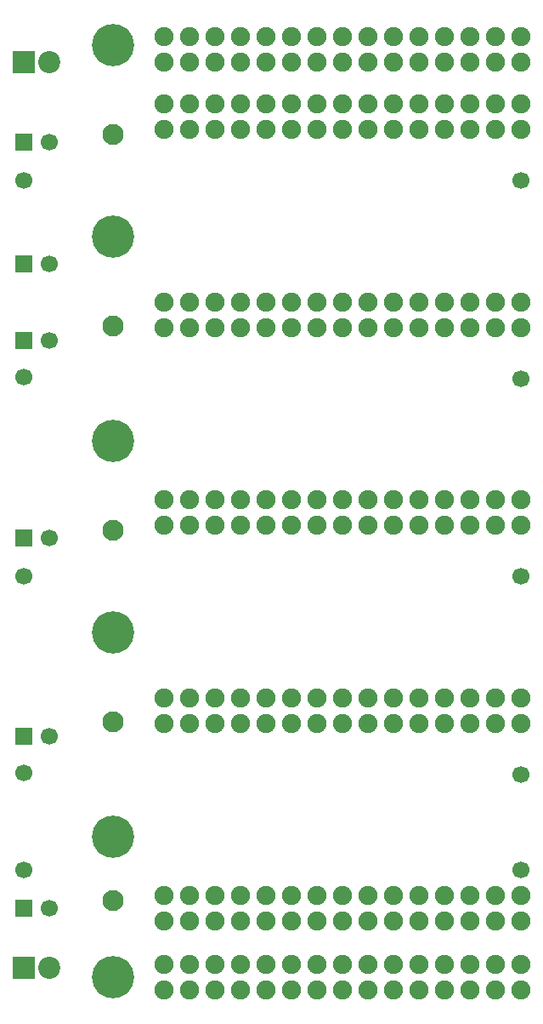
<source format=gbr>
G04 DipTrace 4.3.0.5*
G04 TopMask.gbr*
%MOMM*%
G04 #@! TF.FileFunction,Soldermask,Top*
G04 #@! TF.Part,Single*
%ADD24C,1.7*%
%ADD30C,2.1*%
%ADD35C,4.2*%
%ADD37C,2.2*%
%ADD39R,2.2X2.2*%
%ADD42R,1.7X1.7*%
%ADD44C,1.9*%
%FSLAX35Y35*%
G04*
G71*
G90*
G75*
G01*
G04 TopMask*
%LPD*%
D44*
X0Y9229877D3*
Y9483877D3*
X254000Y9229877D3*
Y9483877D3*
X508000Y9229877D3*
Y9483877D3*
X762000Y9229877D3*
Y9483877D3*
X1016000Y9229877D3*
Y9483877D3*
X1270000Y9229877D3*
Y9483877D3*
X1524000Y9229877D3*
Y9483877D3*
X1778000Y9229877D3*
Y9483877D3*
X2032000Y9229877D3*
Y9483877D3*
X2286000Y9229877D3*
Y9483877D3*
X2540000Y9229877D3*
Y9483877D3*
X2794000Y9229877D3*
Y9483877D3*
X3048000Y9229877D3*
Y9483877D3*
X3302000Y9229877D3*
Y9483877D3*
X3556000Y9229877D3*
Y9483877D3*
D42*
X-1397000Y7225627D3*
D44*
X0Y8559127D3*
Y8813127D3*
X254000Y8559127D3*
Y8813127D3*
X508000Y8559127D3*
Y8813127D3*
X762000Y8559127D3*
Y8813127D3*
X1016000Y8559127D3*
Y8813127D3*
X1270000Y8559127D3*
Y8813127D3*
X1524000Y8559127D3*
Y8813127D3*
X1778000Y8559127D3*
Y8813127D3*
X2032000Y8559127D3*
Y8813127D3*
X2286000Y8559127D3*
Y8813127D3*
X2540000Y8559127D3*
Y8813127D3*
X2794000Y8559127D3*
Y8813127D3*
X3048000Y8559127D3*
Y8813127D3*
X3302000Y8559127D3*
Y8813127D3*
X3556000Y8559127D3*
Y8813127D3*
X0Y6590627D3*
Y6844627D3*
X254000Y6590627D3*
Y6844627D3*
X508000Y6590627D3*
Y6844627D3*
X762000Y6590627D3*
Y6844627D3*
X1016000Y6590627D3*
Y6844627D3*
X1270000Y6590627D3*
Y6844627D3*
X1524000Y6590627D3*
Y6844627D3*
X1778000Y6590627D3*
Y6844627D3*
X2032000Y6590627D3*
Y6844627D3*
X2286000Y6590627D3*
Y6844627D3*
X2540000Y6590627D3*
Y6844627D3*
X2794000Y6590627D3*
Y6844627D3*
X3048000Y6590627D3*
Y6844627D3*
X3302000Y6590627D3*
Y6844627D3*
X3556000Y6590627D3*
Y6844627D3*
X0Y4622127D3*
Y4876127D3*
X254000Y4622127D3*
Y4876127D3*
X508000Y4622127D3*
Y4876127D3*
X762000Y4622127D3*
Y4876127D3*
X1016000Y4622127D3*
Y4876127D3*
X1270000Y4622127D3*
Y4876127D3*
X1524000Y4622127D3*
Y4876127D3*
X1778000Y4622127D3*
Y4876127D3*
X2032000Y4622127D3*
Y4876127D3*
X2286000Y4622127D3*
Y4876127D3*
X2540000Y4622127D3*
Y4876127D3*
X2794000Y4622127D3*
Y4876127D3*
X3048000Y4622127D3*
Y4876127D3*
X3302000Y4622127D3*
Y4876127D3*
X3556000Y4622127D3*
Y4876127D3*
X0Y2653627D3*
Y2907627D3*
X254000Y2653627D3*
Y2907627D3*
X508000Y2653627D3*
Y2907627D3*
X762000Y2653627D3*
Y2907627D3*
X1016000Y2653627D3*
Y2907627D3*
X1270000Y2653627D3*
Y2907627D3*
X1524000Y2653627D3*
Y2907627D3*
X1778000Y2653627D3*
Y2907627D3*
X2032000Y2653627D3*
Y2907627D3*
X2286000Y2653627D3*
Y2907627D3*
X2540000Y2653627D3*
Y2907627D3*
X2794000Y2653627D3*
Y2907627D3*
X3048000Y2653627D3*
Y2907627D3*
X3302000Y2653627D3*
Y2907627D3*
X3556000Y2653627D3*
Y2907627D3*
X0Y685123D3*
Y939123D3*
X254000Y685123D3*
Y939123D3*
X508000Y685123D3*
Y939123D3*
X762000Y685123D3*
Y939123D3*
X1016000Y685123D3*
Y939123D3*
X1270000Y685123D3*
Y939123D3*
X1524000Y685123D3*
Y939123D3*
X1778000Y685123D3*
Y939123D3*
X2032000Y685123D3*
Y939123D3*
X2286000Y685123D3*
Y939123D3*
X2540000Y685123D3*
Y939123D3*
X2794000Y685123D3*
Y939123D3*
X3048000Y685123D3*
Y939123D3*
X3302000Y685123D3*
Y939123D3*
X3556000Y685123D3*
Y939123D3*
X0Y0D3*
Y254000D3*
X254000Y0D3*
Y254000D3*
X508000Y0D3*
Y254000D3*
X762000Y0D3*
Y254000D3*
X1016000Y0D3*
Y254000D3*
X1270000Y0D3*
Y254000D3*
X1524000Y0D3*
Y254000D3*
X1778000Y0D3*
Y254000D3*
X2032000Y0D3*
Y254000D3*
X2286000Y0D3*
Y254000D3*
X2540000Y0D3*
Y254000D3*
X2794000Y0D3*
Y254000D3*
X3048000Y0D3*
Y254000D3*
X3302000Y0D3*
Y254000D3*
X3556000Y0D3*
Y254000D3*
D24*
X-1143000Y7225627D3*
D39*
X-1397000Y9225877D3*
D37*
X-1143000D3*
D24*
X3556000Y8051123D3*
X-1397000Y6096000D3*
X3556000Y6082627D3*
X-1143000Y6463627D3*
D42*
X-1397000D3*
D24*
Y4114127D3*
X3556000D3*
X-1143000Y4495127D3*
D42*
X-1397000D3*
D24*
X3556000Y2145627D3*
X-1397000Y1193127D3*
X-1143000Y812127D3*
D42*
X-1397000D3*
D24*
Y8051123D3*
X-1143000Y8432127D3*
D42*
X-1397000D3*
D24*
Y2159000D3*
X-1143000Y2526623D3*
D42*
X-1397000D3*
D24*
X3556000Y1193127D3*
D39*
X-1397000Y224750D3*
D37*
X-1143000D3*
D35*
X-508000Y9398000D3*
Y7495503D3*
Y5463500D3*
Y3558503D3*
Y1526503D3*
Y129500D3*
D30*
Y889000D3*
Y2667000D3*
Y4572000D3*
Y6604000D3*
Y8509000D3*
M02*

</source>
